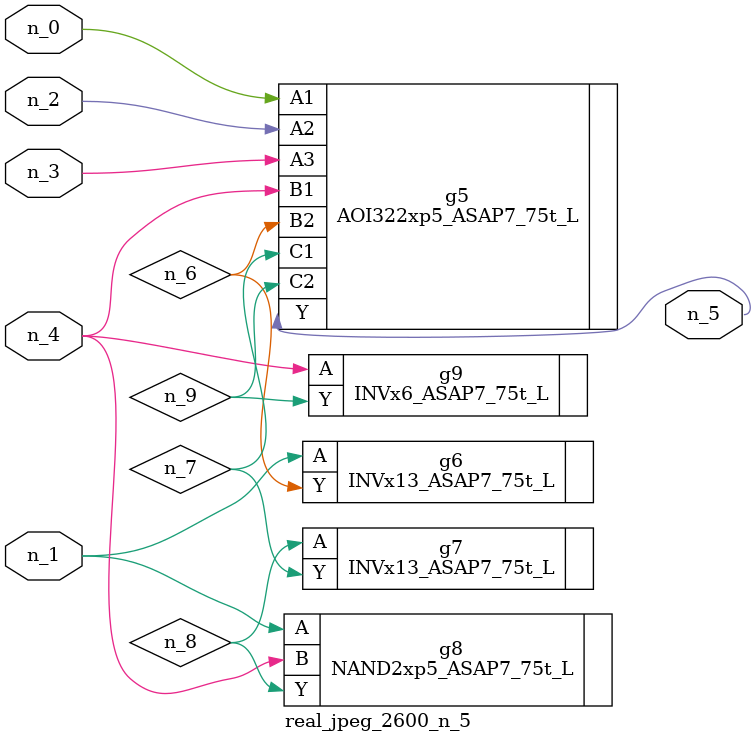
<source format=v>
module real_jpeg_2600_n_5 (n_4, n_0, n_1, n_2, n_3, n_5);

input n_4;
input n_0;
input n_1;
input n_2;
input n_3;

output n_5;

wire n_8;
wire n_6;
wire n_7;
wire n_9;

AOI322xp5_ASAP7_75t_L g5 ( 
.A1(n_0),
.A2(n_2),
.A3(n_3),
.B1(n_4),
.B2(n_6),
.C1(n_7),
.C2(n_9),
.Y(n_5)
);

INVx13_ASAP7_75t_L g6 ( 
.A(n_1),
.Y(n_6)
);

NAND2xp5_ASAP7_75t_L g8 ( 
.A(n_1),
.B(n_4),
.Y(n_8)
);

INVx6_ASAP7_75t_L g9 ( 
.A(n_4),
.Y(n_9)
);

INVx13_ASAP7_75t_L g7 ( 
.A(n_8),
.Y(n_7)
);


endmodule
</source>
